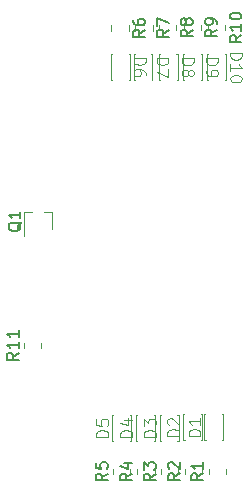
<source format=gbr>
%TF.GenerationSoftware,KiCad,Pcbnew,7.0.8-7.0.8~ubuntu22.04.1*%
%TF.CreationDate,2023-12-23T17:01:05+01:00*%
%TF.ProjectId,Smart_Light,536d6172-745f-44c6-9967-68742e6b6963,rev?*%
%TF.SameCoordinates,Original*%
%TF.FileFunction,Legend,Top*%
%TF.FilePolarity,Positive*%
%FSLAX46Y46*%
G04 Gerber Fmt 4.6, Leading zero omitted, Abs format (unit mm)*
G04 Created by KiCad (PCBNEW 7.0.8-7.0.8~ubuntu22.04.1) date 2023-12-23 17:01:05*
%MOMM*%
%LPD*%
G01*
G04 APERTURE LIST*
%ADD10C,0.100000*%
%ADD11C,0.150000*%
%ADD12C,0.120000*%
G04 APERTURE END LIST*
D10*
X142017419Y-108013094D02*
X141017419Y-108013094D01*
X141017419Y-108013094D02*
X141017419Y-107774999D01*
X141017419Y-107774999D02*
X141065038Y-107632142D01*
X141065038Y-107632142D02*
X141160276Y-107536904D01*
X141160276Y-107536904D02*
X141255514Y-107489285D01*
X141255514Y-107489285D02*
X141445990Y-107441666D01*
X141445990Y-107441666D02*
X141588847Y-107441666D01*
X141588847Y-107441666D02*
X141779323Y-107489285D01*
X141779323Y-107489285D02*
X141874561Y-107536904D01*
X141874561Y-107536904D02*
X141969800Y-107632142D01*
X141969800Y-107632142D02*
X142017419Y-107774999D01*
X142017419Y-107774999D02*
X142017419Y-108013094D01*
X141017419Y-107108332D02*
X141017419Y-106489285D01*
X141017419Y-106489285D02*
X141398371Y-106822618D01*
X141398371Y-106822618D02*
X141398371Y-106679761D01*
X141398371Y-106679761D02*
X141445990Y-106584523D01*
X141445990Y-106584523D02*
X141493609Y-106536904D01*
X141493609Y-106536904D02*
X141588847Y-106489285D01*
X141588847Y-106489285D02*
X141826942Y-106489285D01*
X141826942Y-106489285D02*
X141922180Y-106536904D01*
X141922180Y-106536904D02*
X141969800Y-106584523D01*
X141969800Y-106584523D02*
X142017419Y-106679761D01*
X142017419Y-106679761D02*
X142017419Y-106965475D01*
X142017419Y-106965475D02*
X141969800Y-107060713D01*
X141969800Y-107060713D02*
X141922180Y-107108332D01*
D11*
X130414819Y-100920357D02*
X129938628Y-101253690D01*
X130414819Y-101491785D02*
X129414819Y-101491785D01*
X129414819Y-101491785D02*
X129414819Y-101110833D01*
X129414819Y-101110833D02*
X129462438Y-101015595D01*
X129462438Y-101015595D02*
X129510057Y-100967976D01*
X129510057Y-100967976D02*
X129605295Y-100920357D01*
X129605295Y-100920357D02*
X129748152Y-100920357D01*
X129748152Y-100920357D02*
X129843390Y-100967976D01*
X129843390Y-100967976D02*
X129891009Y-101015595D01*
X129891009Y-101015595D02*
X129938628Y-101110833D01*
X129938628Y-101110833D02*
X129938628Y-101491785D01*
X130414819Y-99967976D02*
X130414819Y-100539404D01*
X130414819Y-100253690D02*
X129414819Y-100253690D01*
X129414819Y-100253690D02*
X129557676Y-100348928D01*
X129557676Y-100348928D02*
X129652914Y-100444166D01*
X129652914Y-100444166D02*
X129700533Y-100539404D01*
X130414819Y-99015595D02*
X130414819Y-99587023D01*
X130414819Y-99301309D02*
X129414819Y-99301309D01*
X129414819Y-99301309D02*
X129557676Y-99396547D01*
X129557676Y-99396547D02*
X129652914Y-99491785D01*
X129652914Y-99491785D02*
X129700533Y-99587023D01*
D10*
X140162580Y-75966905D02*
X141162580Y-75966905D01*
X141162580Y-75966905D02*
X141162580Y-76205000D01*
X141162580Y-76205000D02*
X141114961Y-76347857D01*
X141114961Y-76347857D02*
X141019723Y-76443095D01*
X141019723Y-76443095D02*
X140924485Y-76490714D01*
X140924485Y-76490714D02*
X140734009Y-76538333D01*
X140734009Y-76538333D02*
X140591152Y-76538333D01*
X140591152Y-76538333D02*
X140400676Y-76490714D01*
X140400676Y-76490714D02*
X140305438Y-76443095D01*
X140305438Y-76443095D02*
X140210200Y-76347857D01*
X140210200Y-76347857D02*
X140162580Y-76205000D01*
X140162580Y-76205000D02*
X140162580Y-75966905D01*
X141162580Y-77395476D02*
X141162580Y-77205000D01*
X141162580Y-77205000D02*
X141114961Y-77109762D01*
X141114961Y-77109762D02*
X141067342Y-77062143D01*
X141067342Y-77062143D02*
X140924485Y-76966905D01*
X140924485Y-76966905D02*
X140734009Y-76919286D01*
X140734009Y-76919286D02*
X140353057Y-76919286D01*
X140353057Y-76919286D02*
X140257819Y-76966905D01*
X140257819Y-76966905D02*
X140210200Y-77014524D01*
X140210200Y-77014524D02*
X140162580Y-77109762D01*
X140162580Y-77109762D02*
X140162580Y-77300238D01*
X140162580Y-77300238D02*
X140210200Y-77395476D01*
X140210200Y-77395476D02*
X140257819Y-77443095D01*
X140257819Y-77443095D02*
X140353057Y-77490714D01*
X140353057Y-77490714D02*
X140591152Y-77490714D01*
X140591152Y-77490714D02*
X140686390Y-77443095D01*
X140686390Y-77443095D02*
X140734009Y-77395476D01*
X140734009Y-77395476D02*
X140781628Y-77300238D01*
X140781628Y-77300238D02*
X140781628Y-77109762D01*
X140781628Y-77109762D02*
X140734009Y-77014524D01*
X140734009Y-77014524D02*
X140686390Y-76966905D01*
X140686390Y-76966905D02*
X140591152Y-76919286D01*
D11*
X142004819Y-111139166D02*
X141528628Y-111472499D01*
X142004819Y-111710594D02*
X141004819Y-111710594D01*
X141004819Y-111710594D02*
X141004819Y-111329642D01*
X141004819Y-111329642D02*
X141052438Y-111234404D01*
X141052438Y-111234404D02*
X141100057Y-111186785D01*
X141100057Y-111186785D02*
X141195295Y-111139166D01*
X141195295Y-111139166D02*
X141338152Y-111139166D01*
X141338152Y-111139166D02*
X141433390Y-111186785D01*
X141433390Y-111186785D02*
X141481009Y-111234404D01*
X141481009Y-111234404D02*
X141528628Y-111329642D01*
X141528628Y-111329642D02*
X141528628Y-111710594D01*
X141004819Y-110805832D02*
X141004819Y-110186785D01*
X141004819Y-110186785D02*
X141385771Y-110520118D01*
X141385771Y-110520118D02*
X141385771Y-110377261D01*
X141385771Y-110377261D02*
X141433390Y-110282023D01*
X141433390Y-110282023D02*
X141481009Y-110234404D01*
X141481009Y-110234404D02*
X141576247Y-110186785D01*
X141576247Y-110186785D02*
X141814342Y-110186785D01*
X141814342Y-110186785D02*
X141909580Y-110234404D01*
X141909580Y-110234404D02*
X141957200Y-110282023D01*
X141957200Y-110282023D02*
X142004819Y-110377261D01*
X142004819Y-110377261D02*
X142004819Y-110662975D01*
X142004819Y-110662975D02*
X141957200Y-110758213D01*
X141957200Y-110758213D02*
X141909580Y-110805832D01*
D10*
X137997419Y-108033094D02*
X136997419Y-108033094D01*
X136997419Y-108033094D02*
X136997419Y-107794999D01*
X136997419Y-107794999D02*
X137045038Y-107652142D01*
X137045038Y-107652142D02*
X137140276Y-107556904D01*
X137140276Y-107556904D02*
X137235514Y-107509285D01*
X137235514Y-107509285D02*
X137425990Y-107461666D01*
X137425990Y-107461666D02*
X137568847Y-107461666D01*
X137568847Y-107461666D02*
X137759323Y-107509285D01*
X137759323Y-107509285D02*
X137854561Y-107556904D01*
X137854561Y-107556904D02*
X137949800Y-107652142D01*
X137949800Y-107652142D02*
X137997419Y-107794999D01*
X137997419Y-107794999D02*
X137997419Y-108033094D01*
X136997419Y-106556904D02*
X136997419Y-107033094D01*
X136997419Y-107033094D02*
X137473609Y-107080713D01*
X137473609Y-107080713D02*
X137425990Y-107033094D01*
X137425990Y-107033094D02*
X137378371Y-106937856D01*
X137378371Y-106937856D02*
X137378371Y-106699761D01*
X137378371Y-106699761D02*
X137425990Y-106604523D01*
X137425990Y-106604523D02*
X137473609Y-106556904D01*
X137473609Y-106556904D02*
X137568847Y-106509285D01*
X137568847Y-106509285D02*
X137806942Y-106509285D01*
X137806942Y-106509285D02*
X137902180Y-106556904D01*
X137902180Y-106556904D02*
X137949800Y-106604523D01*
X137949800Y-106604523D02*
X137997419Y-106699761D01*
X137997419Y-106699761D02*
X137997419Y-106937856D01*
X137997419Y-106937856D02*
X137949800Y-107033094D01*
X137949800Y-107033094D02*
X137902180Y-107080713D01*
D11*
X137954819Y-111129166D02*
X137478628Y-111462499D01*
X137954819Y-111700594D02*
X136954819Y-111700594D01*
X136954819Y-111700594D02*
X136954819Y-111319642D01*
X136954819Y-111319642D02*
X137002438Y-111224404D01*
X137002438Y-111224404D02*
X137050057Y-111176785D01*
X137050057Y-111176785D02*
X137145295Y-111129166D01*
X137145295Y-111129166D02*
X137288152Y-111129166D01*
X137288152Y-111129166D02*
X137383390Y-111176785D01*
X137383390Y-111176785D02*
X137431009Y-111224404D01*
X137431009Y-111224404D02*
X137478628Y-111319642D01*
X137478628Y-111319642D02*
X137478628Y-111700594D01*
X136954819Y-110224404D02*
X136954819Y-110700594D01*
X136954819Y-110700594D02*
X137431009Y-110748213D01*
X137431009Y-110748213D02*
X137383390Y-110700594D01*
X137383390Y-110700594D02*
X137335771Y-110605356D01*
X137335771Y-110605356D02*
X137335771Y-110367261D01*
X137335771Y-110367261D02*
X137383390Y-110272023D01*
X137383390Y-110272023D02*
X137431009Y-110224404D01*
X137431009Y-110224404D02*
X137526247Y-110176785D01*
X137526247Y-110176785D02*
X137764342Y-110176785D01*
X137764342Y-110176785D02*
X137859580Y-110224404D01*
X137859580Y-110224404D02*
X137907200Y-110272023D01*
X137907200Y-110272023D02*
X137954819Y-110367261D01*
X137954819Y-110367261D02*
X137954819Y-110605356D01*
X137954819Y-110605356D02*
X137907200Y-110700594D01*
X137907200Y-110700594D02*
X137859580Y-110748213D01*
X147214819Y-73539166D02*
X146738628Y-73872499D01*
X147214819Y-74110594D02*
X146214819Y-74110594D01*
X146214819Y-74110594D02*
X146214819Y-73729642D01*
X146214819Y-73729642D02*
X146262438Y-73634404D01*
X146262438Y-73634404D02*
X146310057Y-73586785D01*
X146310057Y-73586785D02*
X146405295Y-73539166D01*
X146405295Y-73539166D02*
X146548152Y-73539166D01*
X146548152Y-73539166D02*
X146643390Y-73586785D01*
X146643390Y-73586785D02*
X146691009Y-73634404D01*
X146691009Y-73634404D02*
X146738628Y-73729642D01*
X146738628Y-73729642D02*
X146738628Y-74110594D01*
X147214819Y-73062975D02*
X147214819Y-72872499D01*
X147214819Y-72872499D02*
X147167200Y-72777261D01*
X147167200Y-72777261D02*
X147119580Y-72729642D01*
X147119580Y-72729642D02*
X146976723Y-72634404D01*
X146976723Y-72634404D02*
X146786247Y-72586785D01*
X146786247Y-72586785D02*
X146405295Y-72586785D01*
X146405295Y-72586785D02*
X146310057Y-72634404D01*
X146310057Y-72634404D02*
X146262438Y-72682023D01*
X146262438Y-72682023D02*
X146214819Y-72777261D01*
X146214819Y-72777261D02*
X146214819Y-72967737D01*
X146214819Y-72967737D02*
X146262438Y-73062975D01*
X146262438Y-73062975D02*
X146310057Y-73110594D01*
X146310057Y-73110594D02*
X146405295Y-73158213D01*
X146405295Y-73158213D02*
X146643390Y-73158213D01*
X146643390Y-73158213D02*
X146738628Y-73110594D01*
X146738628Y-73110594D02*
X146786247Y-73062975D01*
X146786247Y-73062975D02*
X146833866Y-72967737D01*
X146833866Y-72967737D02*
X146833866Y-72777261D01*
X146833866Y-72777261D02*
X146786247Y-72682023D01*
X146786247Y-72682023D02*
X146738628Y-72634404D01*
X146738628Y-72634404D02*
X146643390Y-72586785D01*
X144074819Y-111119166D02*
X143598628Y-111452499D01*
X144074819Y-111690594D02*
X143074819Y-111690594D01*
X143074819Y-111690594D02*
X143074819Y-111309642D01*
X143074819Y-111309642D02*
X143122438Y-111214404D01*
X143122438Y-111214404D02*
X143170057Y-111166785D01*
X143170057Y-111166785D02*
X143265295Y-111119166D01*
X143265295Y-111119166D02*
X143408152Y-111119166D01*
X143408152Y-111119166D02*
X143503390Y-111166785D01*
X143503390Y-111166785D02*
X143551009Y-111214404D01*
X143551009Y-111214404D02*
X143598628Y-111309642D01*
X143598628Y-111309642D02*
X143598628Y-111690594D01*
X143170057Y-110738213D02*
X143122438Y-110690594D01*
X143122438Y-110690594D02*
X143074819Y-110595356D01*
X143074819Y-110595356D02*
X143074819Y-110357261D01*
X143074819Y-110357261D02*
X143122438Y-110262023D01*
X143122438Y-110262023D02*
X143170057Y-110214404D01*
X143170057Y-110214404D02*
X143265295Y-110166785D01*
X143265295Y-110166785D02*
X143360533Y-110166785D01*
X143360533Y-110166785D02*
X143503390Y-110214404D01*
X143503390Y-110214404D02*
X144074819Y-110785832D01*
X144074819Y-110785832D02*
X144074819Y-110166785D01*
D10*
X144017419Y-107953094D02*
X143017419Y-107953094D01*
X143017419Y-107953094D02*
X143017419Y-107714999D01*
X143017419Y-107714999D02*
X143065038Y-107572142D01*
X143065038Y-107572142D02*
X143160276Y-107476904D01*
X143160276Y-107476904D02*
X143255514Y-107429285D01*
X143255514Y-107429285D02*
X143445990Y-107381666D01*
X143445990Y-107381666D02*
X143588847Y-107381666D01*
X143588847Y-107381666D02*
X143779323Y-107429285D01*
X143779323Y-107429285D02*
X143874561Y-107476904D01*
X143874561Y-107476904D02*
X143969800Y-107572142D01*
X143969800Y-107572142D02*
X144017419Y-107714999D01*
X144017419Y-107714999D02*
X144017419Y-107953094D01*
X143112657Y-107000713D02*
X143065038Y-106953094D01*
X143065038Y-106953094D02*
X143017419Y-106857856D01*
X143017419Y-106857856D02*
X143017419Y-106619761D01*
X143017419Y-106619761D02*
X143065038Y-106524523D01*
X143065038Y-106524523D02*
X143112657Y-106476904D01*
X143112657Y-106476904D02*
X143207895Y-106429285D01*
X143207895Y-106429285D02*
X143303133Y-106429285D01*
X143303133Y-106429285D02*
X143445990Y-106476904D01*
X143445990Y-106476904D02*
X144017419Y-107048332D01*
X144017419Y-107048332D02*
X144017419Y-106429285D01*
D11*
X149284819Y-74015357D02*
X148808628Y-74348690D01*
X149284819Y-74586785D02*
X148284819Y-74586785D01*
X148284819Y-74586785D02*
X148284819Y-74205833D01*
X148284819Y-74205833D02*
X148332438Y-74110595D01*
X148332438Y-74110595D02*
X148380057Y-74062976D01*
X148380057Y-74062976D02*
X148475295Y-74015357D01*
X148475295Y-74015357D02*
X148618152Y-74015357D01*
X148618152Y-74015357D02*
X148713390Y-74062976D01*
X148713390Y-74062976D02*
X148761009Y-74110595D01*
X148761009Y-74110595D02*
X148808628Y-74205833D01*
X148808628Y-74205833D02*
X148808628Y-74586785D01*
X149284819Y-73062976D02*
X149284819Y-73634404D01*
X149284819Y-73348690D02*
X148284819Y-73348690D01*
X148284819Y-73348690D02*
X148427676Y-73443928D01*
X148427676Y-73443928D02*
X148522914Y-73539166D01*
X148522914Y-73539166D02*
X148570533Y-73634404D01*
X148284819Y-72443928D02*
X148284819Y-72348690D01*
X148284819Y-72348690D02*
X148332438Y-72253452D01*
X148332438Y-72253452D02*
X148380057Y-72205833D01*
X148380057Y-72205833D02*
X148475295Y-72158214D01*
X148475295Y-72158214D02*
X148665771Y-72110595D01*
X148665771Y-72110595D02*
X148903866Y-72110595D01*
X148903866Y-72110595D02*
X149094342Y-72158214D01*
X149094342Y-72158214D02*
X149189580Y-72205833D01*
X149189580Y-72205833D02*
X149237200Y-72253452D01*
X149237200Y-72253452D02*
X149284819Y-72348690D01*
X149284819Y-72348690D02*
X149284819Y-72443928D01*
X149284819Y-72443928D02*
X149237200Y-72539166D01*
X149237200Y-72539166D02*
X149189580Y-72586785D01*
X149189580Y-72586785D02*
X149094342Y-72634404D01*
X149094342Y-72634404D02*
X148903866Y-72682023D01*
X148903866Y-72682023D02*
X148665771Y-72682023D01*
X148665771Y-72682023D02*
X148475295Y-72634404D01*
X148475295Y-72634404D02*
X148380057Y-72586785D01*
X148380057Y-72586785D02*
X148332438Y-72539166D01*
X148332438Y-72539166D02*
X148284819Y-72443928D01*
X146034819Y-111119166D02*
X145558628Y-111452499D01*
X146034819Y-111690594D02*
X145034819Y-111690594D01*
X145034819Y-111690594D02*
X145034819Y-111309642D01*
X145034819Y-111309642D02*
X145082438Y-111214404D01*
X145082438Y-111214404D02*
X145130057Y-111166785D01*
X145130057Y-111166785D02*
X145225295Y-111119166D01*
X145225295Y-111119166D02*
X145368152Y-111119166D01*
X145368152Y-111119166D02*
X145463390Y-111166785D01*
X145463390Y-111166785D02*
X145511009Y-111214404D01*
X145511009Y-111214404D02*
X145558628Y-111309642D01*
X145558628Y-111309642D02*
X145558628Y-111690594D01*
X146034819Y-110166785D02*
X146034819Y-110738213D01*
X146034819Y-110452499D02*
X145034819Y-110452499D01*
X145034819Y-110452499D02*
X145177676Y-110547737D01*
X145177676Y-110547737D02*
X145272914Y-110642975D01*
X145272914Y-110642975D02*
X145320533Y-110738213D01*
X141104819Y-73569166D02*
X140628628Y-73902499D01*
X141104819Y-74140594D02*
X140104819Y-74140594D01*
X140104819Y-74140594D02*
X140104819Y-73759642D01*
X140104819Y-73759642D02*
X140152438Y-73664404D01*
X140152438Y-73664404D02*
X140200057Y-73616785D01*
X140200057Y-73616785D02*
X140295295Y-73569166D01*
X140295295Y-73569166D02*
X140438152Y-73569166D01*
X140438152Y-73569166D02*
X140533390Y-73616785D01*
X140533390Y-73616785D02*
X140581009Y-73664404D01*
X140581009Y-73664404D02*
X140628628Y-73759642D01*
X140628628Y-73759642D02*
X140628628Y-74140594D01*
X140104819Y-72712023D02*
X140104819Y-72902499D01*
X140104819Y-72902499D02*
X140152438Y-72997737D01*
X140152438Y-72997737D02*
X140200057Y-73045356D01*
X140200057Y-73045356D02*
X140342914Y-73140594D01*
X140342914Y-73140594D02*
X140533390Y-73188213D01*
X140533390Y-73188213D02*
X140914342Y-73188213D01*
X140914342Y-73188213D02*
X141009580Y-73140594D01*
X141009580Y-73140594D02*
X141057200Y-73092975D01*
X141057200Y-73092975D02*
X141104819Y-72997737D01*
X141104819Y-72997737D02*
X141104819Y-72807261D01*
X141104819Y-72807261D02*
X141057200Y-72712023D01*
X141057200Y-72712023D02*
X141009580Y-72664404D01*
X141009580Y-72664404D02*
X140914342Y-72616785D01*
X140914342Y-72616785D02*
X140676247Y-72616785D01*
X140676247Y-72616785D02*
X140581009Y-72664404D01*
X140581009Y-72664404D02*
X140533390Y-72712023D01*
X140533390Y-72712023D02*
X140485771Y-72807261D01*
X140485771Y-72807261D02*
X140485771Y-72997737D01*
X140485771Y-72997737D02*
X140533390Y-73092975D01*
X140533390Y-73092975D02*
X140581009Y-73140594D01*
X140581009Y-73140594D02*
X140676247Y-73188213D01*
X130660057Y-89855238D02*
X130612438Y-89950476D01*
X130612438Y-89950476D02*
X130517200Y-90045714D01*
X130517200Y-90045714D02*
X130374342Y-90188571D01*
X130374342Y-90188571D02*
X130326723Y-90283809D01*
X130326723Y-90283809D02*
X130326723Y-90379047D01*
X130564819Y-90331428D02*
X130517200Y-90426666D01*
X130517200Y-90426666D02*
X130421961Y-90521904D01*
X130421961Y-90521904D02*
X130231485Y-90569523D01*
X130231485Y-90569523D02*
X129898152Y-90569523D01*
X129898152Y-90569523D02*
X129707676Y-90521904D01*
X129707676Y-90521904D02*
X129612438Y-90426666D01*
X129612438Y-90426666D02*
X129564819Y-90331428D01*
X129564819Y-90331428D02*
X129564819Y-90140952D01*
X129564819Y-90140952D02*
X129612438Y-90045714D01*
X129612438Y-90045714D02*
X129707676Y-89950476D01*
X129707676Y-89950476D02*
X129898152Y-89902857D01*
X129898152Y-89902857D02*
X130231485Y-89902857D01*
X130231485Y-89902857D02*
X130421961Y-89950476D01*
X130421961Y-89950476D02*
X130517200Y-90045714D01*
X130517200Y-90045714D02*
X130564819Y-90140952D01*
X130564819Y-90140952D02*
X130564819Y-90331428D01*
X130564819Y-88950476D02*
X130564819Y-89521904D01*
X130564819Y-89236190D02*
X129564819Y-89236190D01*
X129564819Y-89236190D02*
X129707676Y-89331428D01*
X129707676Y-89331428D02*
X129802914Y-89426666D01*
X129802914Y-89426666D02*
X129850533Y-89521904D01*
X140004819Y-111129166D02*
X139528628Y-111462499D01*
X140004819Y-111700594D02*
X139004819Y-111700594D01*
X139004819Y-111700594D02*
X139004819Y-111319642D01*
X139004819Y-111319642D02*
X139052438Y-111224404D01*
X139052438Y-111224404D02*
X139100057Y-111176785D01*
X139100057Y-111176785D02*
X139195295Y-111129166D01*
X139195295Y-111129166D02*
X139338152Y-111129166D01*
X139338152Y-111129166D02*
X139433390Y-111176785D01*
X139433390Y-111176785D02*
X139481009Y-111224404D01*
X139481009Y-111224404D02*
X139528628Y-111319642D01*
X139528628Y-111319642D02*
X139528628Y-111700594D01*
X139338152Y-110272023D02*
X140004819Y-110272023D01*
X138957200Y-110510118D02*
X139671485Y-110748213D01*
X139671485Y-110748213D02*
X139671485Y-110129166D01*
X143124819Y-73569166D02*
X142648628Y-73902499D01*
X143124819Y-74140594D02*
X142124819Y-74140594D01*
X142124819Y-74140594D02*
X142124819Y-73759642D01*
X142124819Y-73759642D02*
X142172438Y-73664404D01*
X142172438Y-73664404D02*
X142220057Y-73616785D01*
X142220057Y-73616785D02*
X142315295Y-73569166D01*
X142315295Y-73569166D02*
X142458152Y-73569166D01*
X142458152Y-73569166D02*
X142553390Y-73616785D01*
X142553390Y-73616785D02*
X142601009Y-73664404D01*
X142601009Y-73664404D02*
X142648628Y-73759642D01*
X142648628Y-73759642D02*
X142648628Y-74140594D01*
X142124819Y-73235832D02*
X142124819Y-72569166D01*
X142124819Y-72569166D02*
X143124819Y-72997737D01*
D10*
X142092580Y-75966905D02*
X143092580Y-75966905D01*
X143092580Y-75966905D02*
X143092580Y-76205000D01*
X143092580Y-76205000D02*
X143044961Y-76347857D01*
X143044961Y-76347857D02*
X142949723Y-76443095D01*
X142949723Y-76443095D02*
X142854485Y-76490714D01*
X142854485Y-76490714D02*
X142664009Y-76538333D01*
X142664009Y-76538333D02*
X142521152Y-76538333D01*
X142521152Y-76538333D02*
X142330676Y-76490714D01*
X142330676Y-76490714D02*
X142235438Y-76443095D01*
X142235438Y-76443095D02*
X142140200Y-76347857D01*
X142140200Y-76347857D02*
X142092580Y-76205000D01*
X142092580Y-76205000D02*
X142092580Y-75966905D01*
X143092580Y-76871667D02*
X143092580Y-77538333D01*
X143092580Y-77538333D02*
X142092580Y-77109762D01*
D11*
X145144819Y-73549166D02*
X144668628Y-73882499D01*
X145144819Y-74120594D02*
X144144819Y-74120594D01*
X144144819Y-74120594D02*
X144144819Y-73739642D01*
X144144819Y-73739642D02*
X144192438Y-73644404D01*
X144192438Y-73644404D02*
X144240057Y-73596785D01*
X144240057Y-73596785D02*
X144335295Y-73549166D01*
X144335295Y-73549166D02*
X144478152Y-73549166D01*
X144478152Y-73549166D02*
X144573390Y-73596785D01*
X144573390Y-73596785D02*
X144621009Y-73644404D01*
X144621009Y-73644404D02*
X144668628Y-73739642D01*
X144668628Y-73739642D02*
X144668628Y-74120594D01*
X144573390Y-72977737D02*
X144525771Y-73072975D01*
X144525771Y-73072975D02*
X144478152Y-73120594D01*
X144478152Y-73120594D02*
X144382914Y-73168213D01*
X144382914Y-73168213D02*
X144335295Y-73168213D01*
X144335295Y-73168213D02*
X144240057Y-73120594D01*
X144240057Y-73120594D02*
X144192438Y-73072975D01*
X144192438Y-73072975D02*
X144144819Y-72977737D01*
X144144819Y-72977737D02*
X144144819Y-72787261D01*
X144144819Y-72787261D02*
X144192438Y-72692023D01*
X144192438Y-72692023D02*
X144240057Y-72644404D01*
X144240057Y-72644404D02*
X144335295Y-72596785D01*
X144335295Y-72596785D02*
X144382914Y-72596785D01*
X144382914Y-72596785D02*
X144478152Y-72644404D01*
X144478152Y-72644404D02*
X144525771Y-72692023D01*
X144525771Y-72692023D02*
X144573390Y-72787261D01*
X144573390Y-72787261D02*
X144573390Y-72977737D01*
X144573390Y-72977737D02*
X144621009Y-73072975D01*
X144621009Y-73072975D02*
X144668628Y-73120594D01*
X144668628Y-73120594D02*
X144763866Y-73168213D01*
X144763866Y-73168213D02*
X144954342Y-73168213D01*
X144954342Y-73168213D02*
X145049580Y-73120594D01*
X145049580Y-73120594D02*
X145097200Y-73072975D01*
X145097200Y-73072975D02*
X145144819Y-72977737D01*
X145144819Y-72977737D02*
X145144819Y-72787261D01*
X145144819Y-72787261D02*
X145097200Y-72692023D01*
X145097200Y-72692023D02*
X145049580Y-72644404D01*
X145049580Y-72644404D02*
X144954342Y-72596785D01*
X144954342Y-72596785D02*
X144763866Y-72596785D01*
X144763866Y-72596785D02*
X144668628Y-72644404D01*
X144668628Y-72644404D02*
X144621009Y-72692023D01*
X144621009Y-72692023D02*
X144573390Y-72787261D01*
D10*
X148322580Y-75520714D02*
X149322580Y-75520714D01*
X149322580Y-75520714D02*
X149322580Y-75758809D01*
X149322580Y-75758809D02*
X149274961Y-75901666D01*
X149274961Y-75901666D02*
X149179723Y-75996904D01*
X149179723Y-75996904D02*
X149084485Y-76044523D01*
X149084485Y-76044523D02*
X148894009Y-76092142D01*
X148894009Y-76092142D02*
X148751152Y-76092142D01*
X148751152Y-76092142D02*
X148560676Y-76044523D01*
X148560676Y-76044523D02*
X148465438Y-75996904D01*
X148465438Y-75996904D02*
X148370200Y-75901666D01*
X148370200Y-75901666D02*
X148322580Y-75758809D01*
X148322580Y-75758809D02*
X148322580Y-75520714D01*
X148322580Y-77044523D02*
X148322580Y-76473095D01*
X148322580Y-76758809D02*
X149322580Y-76758809D01*
X149322580Y-76758809D02*
X149179723Y-76663571D01*
X149179723Y-76663571D02*
X149084485Y-76568333D01*
X149084485Y-76568333D02*
X149036866Y-76473095D01*
X149322580Y-77663571D02*
X149322580Y-77758809D01*
X149322580Y-77758809D02*
X149274961Y-77854047D01*
X149274961Y-77854047D02*
X149227342Y-77901666D01*
X149227342Y-77901666D02*
X149132104Y-77949285D01*
X149132104Y-77949285D02*
X148941628Y-77996904D01*
X148941628Y-77996904D02*
X148703533Y-77996904D01*
X148703533Y-77996904D02*
X148513057Y-77949285D01*
X148513057Y-77949285D02*
X148417819Y-77901666D01*
X148417819Y-77901666D02*
X148370200Y-77854047D01*
X148370200Y-77854047D02*
X148322580Y-77758809D01*
X148322580Y-77758809D02*
X148322580Y-77663571D01*
X148322580Y-77663571D02*
X148370200Y-77568333D01*
X148370200Y-77568333D02*
X148417819Y-77520714D01*
X148417819Y-77520714D02*
X148513057Y-77473095D01*
X148513057Y-77473095D02*
X148703533Y-77425476D01*
X148703533Y-77425476D02*
X148941628Y-77425476D01*
X148941628Y-77425476D02*
X149132104Y-77473095D01*
X149132104Y-77473095D02*
X149227342Y-77520714D01*
X149227342Y-77520714D02*
X149274961Y-77568333D01*
X149274961Y-77568333D02*
X149322580Y-77663571D01*
X144222580Y-75986905D02*
X145222580Y-75986905D01*
X145222580Y-75986905D02*
X145222580Y-76225000D01*
X145222580Y-76225000D02*
X145174961Y-76367857D01*
X145174961Y-76367857D02*
X145079723Y-76463095D01*
X145079723Y-76463095D02*
X144984485Y-76510714D01*
X144984485Y-76510714D02*
X144794009Y-76558333D01*
X144794009Y-76558333D02*
X144651152Y-76558333D01*
X144651152Y-76558333D02*
X144460676Y-76510714D01*
X144460676Y-76510714D02*
X144365438Y-76463095D01*
X144365438Y-76463095D02*
X144270200Y-76367857D01*
X144270200Y-76367857D02*
X144222580Y-76225000D01*
X144222580Y-76225000D02*
X144222580Y-75986905D01*
X144794009Y-77129762D02*
X144841628Y-77034524D01*
X144841628Y-77034524D02*
X144889247Y-76986905D01*
X144889247Y-76986905D02*
X144984485Y-76939286D01*
X144984485Y-76939286D02*
X145032104Y-76939286D01*
X145032104Y-76939286D02*
X145127342Y-76986905D01*
X145127342Y-76986905D02*
X145174961Y-77034524D01*
X145174961Y-77034524D02*
X145222580Y-77129762D01*
X145222580Y-77129762D02*
X145222580Y-77320238D01*
X145222580Y-77320238D02*
X145174961Y-77415476D01*
X145174961Y-77415476D02*
X145127342Y-77463095D01*
X145127342Y-77463095D02*
X145032104Y-77510714D01*
X145032104Y-77510714D02*
X144984485Y-77510714D01*
X144984485Y-77510714D02*
X144889247Y-77463095D01*
X144889247Y-77463095D02*
X144841628Y-77415476D01*
X144841628Y-77415476D02*
X144794009Y-77320238D01*
X144794009Y-77320238D02*
X144794009Y-77129762D01*
X144794009Y-77129762D02*
X144746390Y-77034524D01*
X144746390Y-77034524D02*
X144698771Y-76986905D01*
X144698771Y-76986905D02*
X144603533Y-76939286D01*
X144603533Y-76939286D02*
X144413057Y-76939286D01*
X144413057Y-76939286D02*
X144317819Y-76986905D01*
X144317819Y-76986905D02*
X144270200Y-77034524D01*
X144270200Y-77034524D02*
X144222580Y-77129762D01*
X144222580Y-77129762D02*
X144222580Y-77320238D01*
X144222580Y-77320238D02*
X144270200Y-77415476D01*
X144270200Y-77415476D02*
X144317819Y-77463095D01*
X144317819Y-77463095D02*
X144413057Y-77510714D01*
X144413057Y-77510714D02*
X144603533Y-77510714D01*
X144603533Y-77510714D02*
X144698771Y-77463095D01*
X144698771Y-77463095D02*
X144746390Y-77415476D01*
X144746390Y-77415476D02*
X144794009Y-77320238D01*
X146282580Y-75986905D02*
X147282580Y-75986905D01*
X147282580Y-75986905D02*
X147282580Y-76225000D01*
X147282580Y-76225000D02*
X147234961Y-76367857D01*
X147234961Y-76367857D02*
X147139723Y-76463095D01*
X147139723Y-76463095D02*
X147044485Y-76510714D01*
X147044485Y-76510714D02*
X146854009Y-76558333D01*
X146854009Y-76558333D02*
X146711152Y-76558333D01*
X146711152Y-76558333D02*
X146520676Y-76510714D01*
X146520676Y-76510714D02*
X146425438Y-76463095D01*
X146425438Y-76463095D02*
X146330200Y-76367857D01*
X146330200Y-76367857D02*
X146282580Y-76225000D01*
X146282580Y-76225000D02*
X146282580Y-75986905D01*
X146282580Y-77034524D02*
X146282580Y-77225000D01*
X146282580Y-77225000D02*
X146330200Y-77320238D01*
X146330200Y-77320238D02*
X146377819Y-77367857D01*
X146377819Y-77367857D02*
X146520676Y-77463095D01*
X146520676Y-77463095D02*
X146711152Y-77510714D01*
X146711152Y-77510714D02*
X147092104Y-77510714D01*
X147092104Y-77510714D02*
X147187342Y-77463095D01*
X147187342Y-77463095D02*
X147234961Y-77415476D01*
X147234961Y-77415476D02*
X147282580Y-77320238D01*
X147282580Y-77320238D02*
X147282580Y-77129762D01*
X147282580Y-77129762D02*
X147234961Y-77034524D01*
X147234961Y-77034524D02*
X147187342Y-76986905D01*
X147187342Y-76986905D02*
X147092104Y-76939286D01*
X147092104Y-76939286D02*
X146854009Y-76939286D01*
X146854009Y-76939286D02*
X146758771Y-76986905D01*
X146758771Y-76986905D02*
X146711152Y-77034524D01*
X146711152Y-77034524D02*
X146663533Y-77129762D01*
X146663533Y-77129762D02*
X146663533Y-77320238D01*
X146663533Y-77320238D02*
X146711152Y-77415476D01*
X146711152Y-77415476D02*
X146758771Y-77463095D01*
X146758771Y-77463095D02*
X146854009Y-77510714D01*
X145804919Y-107958094D02*
X144804919Y-107958094D01*
X144804919Y-107958094D02*
X144804919Y-107719999D01*
X144804919Y-107719999D02*
X144852538Y-107577142D01*
X144852538Y-107577142D02*
X144947776Y-107481904D01*
X144947776Y-107481904D02*
X145043014Y-107434285D01*
X145043014Y-107434285D02*
X145233490Y-107386666D01*
X145233490Y-107386666D02*
X145376347Y-107386666D01*
X145376347Y-107386666D02*
X145566823Y-107434285D01*
X145566823Y-107434285D02*
X145662061Y-107481904D01*
X145662061Y-107481904D02*
X145757300Y-107577142D01*
X145757300Y-107577142D02*
X145804919Y-107719999D01*
X145804919Y-107719999D02*
X145804919Y-107958094D01*
X145804919Y-106434285D02*
X145804919Y-107005713D01*
X145804919Y-106719999D02*
X144804919Y-106719999D01*
X144804919Y-106719999D02*
X144947776Y-106815237D01*
X144947776Y-106815237D02*
X145043014Y-106910475D01*
X145043014Y-106910475D02*
X145090633Y-107005713D01*
X140027419Y-108013094D02*
X139027419Y-108013094D01*
X139027419Y-108013094D02*
X139027419Y-107774999D01*
X139027419Y-107774999D02*
X139075038Y-107632142D01*
X139075038Y-107632142D02*
X139170276Y-107536904D01*
X139170276Y-107536904D02*
X139265514Y-107489285D01*
X139265514Y-107489285D02*
X139455990Y-107441666D01*
X139455990Y-107441666D02*
X139598847Y-107441666D01*
X139598847Y-107441666D02*
X139789323Y-107489285D01*
X139789323Y-107489285D02*
X139884561Y-107536904D01*
X139884561Y-107536904D02*
X139979800Y-107632142D01*
X139979800Y-107632142D02*
X140027419Y-107774999D01*
X140027419Y-107774999D02*
X140027419Y-108013094D01*
X139360752Y-106584523D02*
X140027419Y-106584523D01*
X138979800Y-106822618D02*
X139694085Y-107060713D01*
X139694085Y-107060713D02*
X139694085Y-106441666D01*
%TO.C,D3*%
X142360000Y-108375000D02*
X142460000Y-108375000D01*
X142360000Y-108375000D02*
X142360000Y-106175000D01*
X143950000Y-108375000D02*
X143850000Y-108375000D01*
X143960000Y-108375000D02*
X143960000Y-106175000D01*
X142360000Y-106175000D02*
X142440000Y-106175000D01*
X143960000Y-106175000D02*
X143850000Y-106175000D01*
D12*
%TO.C,R11*%
X130875000Y-100504564D02*
X130875000Y-100050436D01*
X132345000Y-100504564D02*
X132345000Y-100050436D01*
D10*
%TO.C,D6*%
X139820000Y-75605000D02*
X139720000Y-75605000D01*
X139820000Y-75605000D02*
X139820000Y-77805000D01*
X138230000Y-75605000D02*
X138330000Y-75605000D01*
X138220000Y-75605000D02*
X138220000Y-77805000D01*
X139820000Y-77805000D02*
X139740000Y-77805000D01*
X138220000Y-77805000D02*
X138330000Y-77805000D01*
D12*
%TO.C,R3*%
X142465000Y-111199564D02*
X142465000Y-110745436D01*
X143935000Y-111199564D02*
X143935000Y-110745436D01*
D10*
%TO.C,D5*%
X138340000Y-108395000D02*
X138440000Y-108395000D01*
X138340000Y-108395000D02*
X138340000Y-106195000D01*
X139930000Y-108395000D02*
X139830000Y-108395000D01*
X139940000Y-108395000D02*
X139940000Y-106195000D01*
X138340000Y-106195000D02*
X138420000Y-106195000D01*
X139940000Y-106195000D02*
X139830000Y-106195000D01*
D12*
%TO.C,R5*%
X138415000Y-111189564D02*
X138415000Y-110735436D01*
X139885000Y-111189564D02*
X139885000Y-110735436D01*
%TO.C,R9*%
X145845000Y-73145436D02*
X145845000Y-73599564D01*
X144375000Y-73145436D02*
X144375000Y-73599564D01*
%TO.C,R2*%
X144475000Y-111179564D02*
X144475000Y-110725436D01*
X145945000Y-111179564D02*
X145945000Y-110725436D01*
D10*
%TO.C,D2*%
X144360000Y-108315000D02*
X144460000Y-108315000D01*
X144360000Y-108315000D02*
X144360000Y-106115000D01*
X145950000Y-108315000D02*
X145850000Y-108315000D01*
X145960000Y-108315000D02*
X145960000Y-106115000D01*
X144360000Y-106115000D02*
X144440000Y-106115000D01*
X145960000Y-106115000D02*
X145850000Y-106115000D01*
D12*
%TO.C,R10*%
X147915000Y-73145436D02*
X147915000Y-73599564D01*
X146445000Y-73145436D02*
X146445000Y-73599564D01*
%TO.C,R1*%
X146495000Y-111179564D02*
X146495000Y-110725436D01*
X147965000Y-111179564D02*
X147965000Y-110725436D01*
%TO.C,R6*%
X139735000Y-73175436D02*
X139735000Y-73629564D01*
X138265000Y-73175436D02*
X138265000Y-73629564D01*
%TO.C,Q1*%
X133220000Y-90390000D02*
X133220000Y-88980000D01*
X130900000Y-88980000D02*
X130900000Y-91010000D01*
X130900000Y-88980000D02*
X131560000Y-88980000D01*
X132560000Y-88980000D02*
X133220000Y-88980000D01*
%TO.C,R4*%
X140465000Y-111189564D02*
X140465000Y-110735436D01*
X141935000Y-111189564D02*
X141935000Y-110735436D01*
%TO.C,R7*%
X141755000Y-73175436D02*
X141755000Y-73629564D01*
X140285000Y-73175436D02*
X140285000Y-73629564D01*
D10*
%TO.C,D7*%
X141750000Y-75605000D02*
X141650000Y-75605000D01*
X141750000Y-75605000D02*
X141750000Y-77805000D01*
X140160000Y-75605000D02*
X140260000Y-75605000D01*
X140150000Y-75605000D02*
X140150000Y-77805000D01*
X141750000Y-77805000D02*
X141670000Y-77805000D01*
X140150000Y-77805000D02*
X140260000Y-77805000D01*
D12*
%TO.C,R8*%
X143775000Y-73155436D02*
X143775000Y-73609564D01*
X142305000Y-73155436D02*
X142305000Y-73609564D01*
D10*
%TO.C,D10*%
X147980000Y-75635000D02*
X147880000Y-75635000D01*
X147980000Y-75635000D02*
X147980000Y-77835000D01*
X146390000Y-75635000D02*
X146490000Y-75635000D01*
X146380000Y-75635000D02*
X146380000Y-77835000D01*
X147980000Y-77835000D02*
X147900000Y-77835000D01*
X146380000Y-77835000D02*
X146490000Y-77835000D01*
%TO.C,D8*%
X143880000Y-75625000D02*
X143780000Y-75625000D01*
X143880000Y-75625000D02*
X143880000Y-77825000D01*
X142290000Y-75625000D02*
X142390000Y-75625000D01*
X142280000Y-75625000D02*
X142280000Y-77825000D01*
X143880000Y-77825000D02*
X143800000Y-77825000D01*
X142280000Y-77825000D02*
X142390000Y-77825000D01*
%TO.C,D9*%
X145940000Y-75625000D02*
X145840000Y-75625000D01*
X145940000Y-75625000D02*
X145940000Y-77825000D01*
X144350000Y-75625000D02*
X144450000Y-75625000D01*
X144340000Y-75625000D02*
X144340000Y-77825000D01*
X145940000Y-77825000D02*
X145860000Y-77825000D01*
X144340000Y-77825000D02*
X144450000Y-77825000D01*
%TO.C,D1*%
X146147500Y-108320000D02*
X146247500Y-108320000D01*
X146147500Y-108320000D02*
X146147500Y-106120000D01*
X147737500Y-108320000D02*
X147637500Y-108320000D01*
X147747500Y-108320000D02*
X147747500Y-106120000D01*
X146147500Y-106120000D02*
X146227500Y-106120000D01*
X147747500Y-106120000D02*
X147637500Y-106120000D01*
%TO.C,D4*%
X140370000Y-108375000D02*
X140470000Y-108375000D01*
X140370000Y-108375000D02*
X140370000Y-106175000D01*
X141960000Y-108375000D02*
X141860000Y-108375000D01*
X141970000Y-108375000D02*
X141970000Y-106175000D01*
X140370000Y-106175000D02*
X140450000Y-106175000D01*
X141970000Y-106175000D02*
X141860000Y-106175000D01*
%TD*%
M02*

</source>
